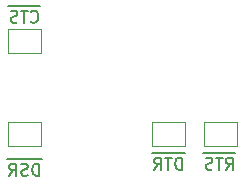
<source format=gbr>
G04 #@! TF.GenerationSoftware,KiCad,Pcbnew,(5.0.0)*
G04 #@! TF.CreationDate,2018-09-18T13:10:02-04:00*
G04 #@! TF.ProjectId,CPU8085,435055383038352E6B696361645F7063,A*
G04 #@! TF.SameCoordinates,Original*
G04 #@! TF.FileFunction,Legend,Bot*
G04 #@! TF.FilePolarity,Positive*
%FSLAX46Y46*%
G04 Gerber Fmt 4.6, Leading zero omitted, Abs format (unit mm)*
G04 Created by KiCad (PCBNEW (5.0.0)) date 09/18/18 13:10:02*
%MOMM*%
%LPD*%
G01*
G04 APERTURE LIST*
%ADD10C,0.200000*%
%ADD11C,0.120000*%
G04 APERTURE END LIST*
D10*
X84415142Y-43470000D02*
X83415142Y-43470000D01*
X83605619Y-44807142D02*
X83653238Y-44854761D01*
X83796095Y-44902380D01*
X83891333Y-44902380D01*
X84034190Y-44854761D01*
X84129428Y-44759523D01*
X84177047Y-44664285D01*
X84224666Y-44473809D01*
X84224666Y-44330952D01*
X84177047Y-44140476D01*
X84129428Y-44045238D01*
X84034190Y-43950000D01*
X83891333Y-43902380D01*
X83796095Y-43902380D01*
X83653238Y-43950000D01*
X83605619Y-43997619D01*
X83415142Y-43470000D02*
X82653238Y-43470000D01*
X83319904Y-43902380D02*
X82748476Y-43902380D01*
X83034190Y-44902380D02*
X83034190Y-43902380D01*
X82653238Y-43470000D02*
X81700857Y-43470000D01*
X82462761Y-44854761D02*
X82319904Y-44902380D01*
X82081809Y-44902380D01*
X81986571Y-44854761D01*
X81938952Y-44807142D01*
X81891333Y-44711904D01*
X81891333Y-44616666D01*
X81938952Y-44521428D01*
X81986571Y-44473809D01*
X82081809Y-44426190D01*
X82272285Y-44378571D01*
X82367523Y-44330952D01*
X82415142Y-44283333D01*
X82462761Y-44188095D01*
X82462761Y-44092857D01*
X82415142Y-43997619D01*
X82367523Y-43950000D01*
X82272285Y-43902380D01*
X82034190Y-43902380D01*
X81891333Y-43950000D01*
X84534190Y-56424000D02*
X83534190Y-56424000D01*
X84296095Y-57856380D02*
X84296095Y-56856380D01*
X84058000Y-56856380D01*
X83915142Y-56904000D01*
X83819904Y-56999238D01*
X83772285Y-57094476D01*
X83724666Y-57284952D01*
X83724666Y-57427809D01*
X83772285Y-57618285D01*
X83819904Y-57713523D01*
X83915142Y-57808761D01*
X84058000Y-57856380D01*
X84296095Y-57856380D01*
X83534190Y-56424000D02*
X82581809Y-56424000D01*
X83343714Y-57808761D02*
X83200857Y-57856380D01*
X82962761Y-57856380D01*
X82867523Y-57808761D01*
X82819904Y-57761142D01*
X82772285Y-57665904D01*
X82772285Y-57570666D01*
X82819904Y-57475428D01*
X82867523Y-57427809D01*
X82962761Y-57380190D01*
X83153238Y-57332571D01*
X83248476Y-57284952D01*
X83296095Y-57237333D01*
X83343714Y-57142095D01*
X83343714Y-57046857D01*
X83296095Y-56951619D01*
X83248476Y-56904000D01*
X83153238Y-56856380D01*
X82915142Y-56856380D01*
X82772285Y-56904000D01*
X82581809Y-56424000D02*
X81581809Y-56424000D01*
X81772285Y-57856380D02*
X82105619Y-57380190D01*
X82343714Y-57856380D02*
X82343714Y-56856380D01*
X81962761Y-56856380D01*
X81867523Y-56904000D01*
X81819904Y-56951619D01*
X81772285Y-57046857D01*
X81772285Y-57189714D01*
X81819904Y-57284952D01*
X81867523Y-57332571D01*
X81962761Y-57380190D01*
X82343714Y-57380190D01*
X96630952Y-55916000D02*
X95630952Y-55916000D01*
X96392857Y-57348380D02*
X96392857Y-56348380D01*
X96154761Y-56348380D01*
X96011904Y-56396000D01*
X95916666Y-56491238D01*
X95869047Y-56586476D01*
X95821428Y-56776952D01*
X95821428Y-56919809D01*
X95869047Y-57110285D01*
X95916666Y-57205523D01*
X96011904Y-57300761D01*
X96154761Y-57348380D01*
X96392857Y-57348380D01*
X95630952Y-55916000D02*
X94869047Y-55916000D01*
X95535714Y-56348380D02*
X94964285Y-56348380D01*
X95250000Y-57348380D02*
X95250000Y-56348380D01*
X94869047Y-55916000D02*
X93869047Y-55916000D01*
X94059523Y-57348380D02*
X94392857Y-56872190D01*
X94630952Y-57348380D02*
X94630952Y-56348380D01*
X94250000Y-56348380D01*
X94154761Y-56396000D01*
X94107142Y-56443619D01*
X94059523Y-56538857D01*
X94059523Y-56681714D01*
X94107142Y-56776952D01*
X94154761Y-56824571D01*
X94250000Y-56872190D01*
X94630952Y-56872190D01*
X100925142Y-55916000D02*
X99925142Y-55916000D01*
X100115619Y-57348380D02*
X100448952Y-56872190D01*
X100687047Y-57348380D02*
X100687047Y-56348380D01*
X100306095Y-56348380D01*
X100210857Y-56396000D01*
X100163238Y-56443619D01*
X100115619Y-56538857D01*
X100115619Y-56681714D01*
X100163238Y-56776952D01*
X100210857Y-56824571D01*
X100306095Y-56872190D01*
X100687047Y-56872190D01*
X99925142Y-55916000D02*
X99163238Y-55916000D01*
X99829904Y-56348380D02*
X99258476Y-56348380D01*
X99544190Y-57348380D02*
X99544190Y-56348380D01*
X99163238Y-55916000D02*
X98210857Y-55916000D01*
X98972761Y-57300761D02*
X98829904Y-57348380D01*
X98591809Y-57348380D01*
X98496571Y-57300761D01*
X98448952Y-57253142D01*
X98401333Y-57157904D01*
X98401333Y-57062666D01*
X98448952Y-56967428D01*
X98496571Y-56919809D01*
X98591809Y-56872190D01*
X98782285Y-56824571D01*
X98877523Y-56776952D01*
X98925142Y-56729333D01*
X98972761Y-56634095D01*
X98972761Y-56538857D01*
X98925142Y-56443619D01*
X98877523Y-56396000D01*
X98782285Y-56348380D01*
X98544190Y-56348380D01*
X98401333Y-56396000D01*
D11*
G04 #@! TO.C,JP1*
X96650000Y-53356000D02*
X93850000Y-53356000D01*
X93850000Y-53356000D02*
X93850000Y-55356000D01*
X93850000Y-55356000D02*
X96650000Y-55356000D01*
X96650000Y-55356000D02*
X96650000Y-53356000D01*
G04 #@! TO.C,JP4*
X84458000Y-47482000D02*
X84458000Y-45482000D01*
X81658000Y-47482000D02*
X84458000Y-47482000D01*
X81658000Y-45482000D02*
X81658000Y-47482000D01*
X84458000Y-45482000D02*
X81658000Y-45482000D01*
G04 #@! TO.C,JP2*
X101080000Y-53356000D02*
X98280000Y-53356000D01*
X98280000Y-53356000D02*
X98280000Y-55356000D01*
X98280000Y-55356000D02*
X101080000Y-55356000D01*
X101080000Y-55356000D02*
X101080000Y-53356000D01*
G04 #@! TO.C,JP3*
X84458000Y-55356000D02*
X84458000Y-53356000D01*
X81658000Y-55356000D02*
X84458000Y-55356000D01*
X81658000Y-53356000D02*
X81658000Y-55356000D01*
X84458000Y-53356000D02*
X81658000Y-53356000D01*
G04 #@! TD*
M02*

</source>
